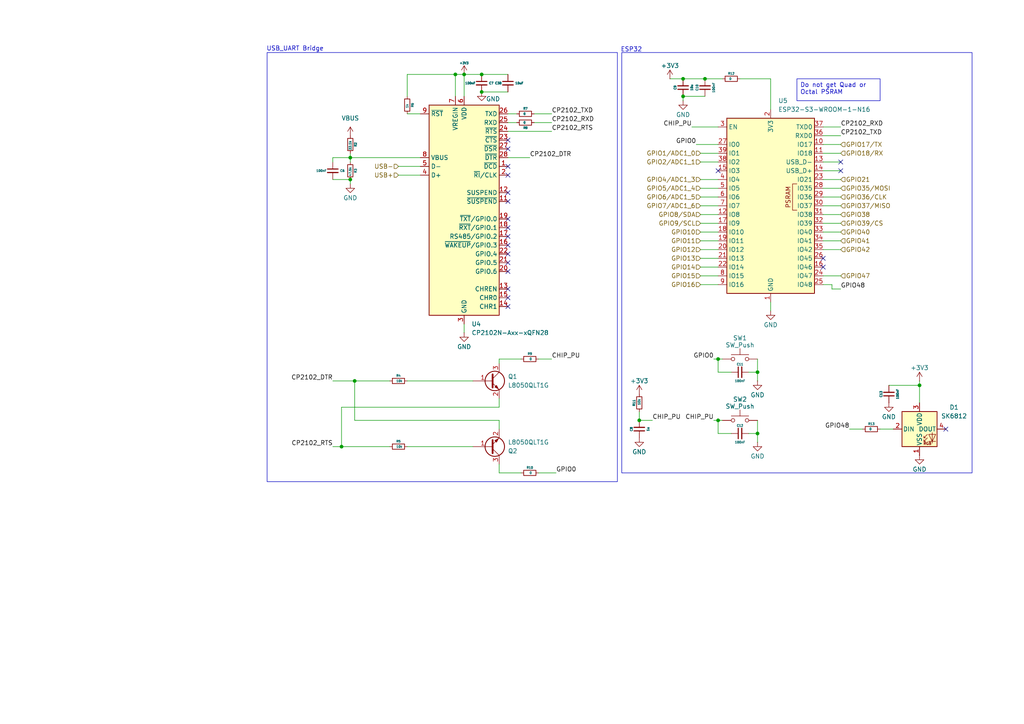
<source format=kicad_sch>
(kicad_sch (version 20250114) (generator "eeschema") (generator_version "9.0")
  (paper "A4")
  (title_block (title "Smart Key Cutter") (date "2025-05-21") (rev "1") (company "Ingenium Engineering Solutions") (comment 1 "Purak Patel"))
  (lib_symbols
    (symbol "Device:C_Small" (pin_numbers (hide yes)) (pin_names (offset 0.254) (hide yes))
      (property "Reference" "C" (at 0.254 1.778 0))
      (property "Value" "C_Small" (at 0.254 -2.032 0))
      (symbol "C_Small_0_1"
        (polyline (pts (xy -1.524 0.508) (xy 1.524 0.508)) (stroke (width 0.3048)))
        (polyline (pts (xy -1.524 -0.508) (xy 1.524 -0.508)) (stroke (width 0.3302)))
      )
      (symbol "C_Small_1_1"
        (pin passive line (at 0 2.54 270) (length 2.032) (name "~") (number "1"))
        (pin passive line (at 0 -2.54 90) (length 2.032) (name "~") (number "2"))
      )
    )
    (symbol "Device:Q_NPN_BEC" (pin_names (offset 0) (hide yes))
      (property "Reference" "Q" (at 5.08 1.27 0))
      (property "Value" "Q_NPN_BEC" (at 5.08 -1.27 0))
      (symbol "Q_NPN_BEC_0_1"
        (polyline (pts (xy 0.635 1.905) (xy 0.635 -1.905) (xy 0.635 -1.905)) (stroke (width 0.508)))
        (polyline (pts (xy 0.635 0.635) (xy 2.54 2.54)))
        (polyline (pts (xy 0.635 -0.635) (xy 2.54 -2.54) (xy 2.54 -2.54)))
        (circle (center 1.27 0) (radius 2.8194) (stroke (width 0.254)))
        (polyline (pts (xy 1.27 -1.778) (xy 1.778 -1.27) (xy 2.286 -2.286) (xy 1.27 -1.778) (xy 1.27 -1.778)) (fill (type outline)))
      )
      (symbol "Q_NPN_BEC_1_1"
        (pin input line (at -5.08 0 0) (length 5.715) (name "B") (number "1"))
        (pin passive line (at 2.54 5.08 270) (length 2.54) (name "C") (number "3"))
        (pin passive line (at 2.54 -5.08 90) (length 2.54) (name "E") (number "2"))
      )
    )
    (symbol "Device:R_Small" (pin_numbers (hide yes)) (pin_names (offset 0.254) (hide yes))
      (property "Reference" "R" (at 0.762 0.508 0))
      (property "Value" "R_Small" (at 0.762 -1.016 0))
      (symbol "R_Small_0_1"
        (rectangle (start -0.762 1.778) (end 0.762 -1.778) (stroke (width 0.2032)))
      )
      (symbol "R_Small_1_1"
        (pin passive line (at 0 2.54 270) (length 0.762) (name "~") (number "1"))
        (pin passive line (at 0 -2.54 90) (length 0.762) (name "~") (number "2"))
      )
    )
    (symbol "Interface_USB:CP2102N-Axx-xQFN28"
      (property "Reference" "U" (at -8.89 31.75 0))
      (property "Value" "CP2102N-Axx-xQFN28" (at 12.7 31.75 0))
      (symbol "CP2102N-Axx-xQFN28_0_1"
        (rectangle (start -10.16 30.48) (end 10.16 -30.48) (stroke (width 0.254)) (fill (type background)))
      )
      (symbol "CP2102N-Axx-xQFN28_1_1"
        (pin input line (at -12.7 27.94 0) (length 2.54) (name "~{RST}") (number "9"))
        (pin input line (at -12.7 15.24 0) (length 2.54) (name "VBUS") (number "8"))
        (pin bidirectional line (at -12.7 12.7 0) (length 2.54) (name "D-") (number "5"))
        (pin bidirectional line (at -12.7 10.16 0) (length 2.54) (name "D+") (number "4"))
        (pin no_connect line (at -10.16 -27.94 0) (length 2.54) (hide yes) (name "NC") (number "10"))
        (pin power_in line (at -2.54 33.02 270) (length 2.54) (name "VREGIN") (number "7"))
        (pin power_in line (at 0 33.02 270) (length 2.54) (name "VDD") (number "6"))
        (pin passive line (at 0 -33.02 90) (length 2.54) (hide yes) (name "GND") (number "29"))
        (pin power_in line (at 0 -33.02 90) (length 2.54) (name "GND") (number "3"))
        (pin output line (at 12.7 27.94 180) (length 2.54) (name "TXD") (number "26"))
        (pin input line (at 12.7 25.4 180) (length 2.54) (name "RXD") (number "25"))
        (pin output line (at 12.7 22.86 180) (length 2.54) (name "~{RTS}") (number "24"))
        (pin input line (at 12.7 20.32 180) (length 2.54) (name "~{CTS}") (number "23"))
        (pin input line (at 12.7 17.78 180) (length 2.54) (name "~{DSR}") (number "27"))
        (pin output line (at 12.7 15.24 180) (length 2.54) (name "~{DTR}") (number "28"))
        (pin input line (at 12.7 12.7 180) (length 2.54) (name "~{DCD}") (number "1"))
        (pin bidirectional line (at 12.7 10.16 180) (length 2.54) (name "~{RI}/CLK") (number "2"))
        (pin output line (at 12.7 5.08 180) (length 2.54) (name "SUSPEND") (number "12"))
        (pin output line (at 12.7 2.54 180) (length 2.54) (name "~{SUSPEND}") (number "11"))
        (pin bidirectional line (at 12.7 -2.54 180) (length 2.54) (name "~{TXT}/GPIO.0") (number "19"))
        (pin bidirectional line (at 12.7 -5.08 180) (length 2.54) (name "~{RXT}/GPIO.1") (number "18"))
        (pin bidirectional line (at 12.7 -7.62 180) (length 2.54) (name "RS485/GPIO.2") (number "17"))
        (pin bidirectional line (at 12.7 -10.16 180) (length 2.54) (name "~{WAKEUP}/GPIO.3") (number "16"))
        (pin bidirectional line (at 12.7 -12.7 180) (length 2.54) (name "GPIO.4") (number "22"))
        (pin bidirectional line (at 12.7 -15.24 180) (length 2.54) (name "GPIO.5") (number "21"))
        (pin bidirectional line (at 12.7 -17.78 180) (length 2.54) (name "GPIO.6") (number "20"))
        (pin output line (at 12.7 -22.86 180) (length 2.54) (name "CHREN") (number "13"))
        (pin output line (at 12.7 -25.4 180) (length 2.54) (name "CHR0") (number "15"))
        (pin output line (at 12.7 -27.94 180) (length 2.54) (name "CHR1") (number "14"))
      )
    )
    (symbol "LED:SK6812" (pin_names (offset 0.254))
      (property "Reference" "D" (at 5.08 5.715 0))
      (property "Value" "SK6812" (at 1.27 -5.715 0))
      (symbol "SK6812_0_0"
        (text "RGB" (at 2.286 -4.191 0) (effects (font (size 0.762 0.762))))
      )
      (symbol "SK6812_0_1"
        (polyline (pts (xy 1.27 -2.54) (xy 1.778 -2.54)))
        (polyline (pts (xy 1.27 -3.556) (xy 1.778 -3.556)))
        (polyline (pts (xy 2.286 -1.524) (xy 1.27 -2.54) (xy 1.27 -2.032)))
        (polyline (pts (xy 2.286 -2.54) (xy 1.27 -3.556) (xy 1.27 -3.048)))
        (polyline (pts (xy 3.683 -1.016) (xy 3.683 -3.556) (xy 3.683 -4.064)))
        (polyline (pts (xy 4.699 -1.524) (xy 2.667 -1.524) (xy 3.683 -3.556) (xy 4.699 -1.524)))
        (polyline (pts (xy 4.699 -3.556) (xy 2.667 -3.556)))
        (rectangle (start 5.08 5.08) (end -5.08 -5.08) (stroke (width 0.254)) (fill (type background)))
      )
      (symbol "SK6812_1_1"
        (pin input line (at -7.62 0 0) (length 2.54) (name "DIN") (number "2"))
        (pin power_in line (at 0 7.62 270) (length 2.54) (name "VDD") (number "3"))
        (pin power_in line (at 0 -7.62 90) (length 2.54) (name "VSS") (number "1"))
        (pin output line (at 7.62 0 180) (length 2.54) (name "DOUT") (number "4"))
      )
    )
    (symbol "RF_Module:ESP32-S3-WROOM-1"
      (property "Reference" "U" (at -12.7 26.67 0))
      (property "Value" "ESP32-S3-WROOM-1" (at 12.7 26.67 0))
      (symbol "ESP32-S3-WROOM-1_0_0"
        (rectangle (start -12.7 25.4) (end 12.7 -25.4) (stroke (width 0.254)) (fill (type background)))
        (text "PSRAM" (at 5.08 2.54 900) (effects (font (size 1.27 1.27))))
      )
      (symbol "ESP32-S3-WROOM-1_0_1"
        (polyline (pts (xy 7.62 -1.27) (xy 6.35 -1.27) (xy 6.35 6.35) (xy 7.62 6.35)))
      )
      (symbol "ESP32-S3-WROOM-1_1_1"
        (pin input line (at -15.24 22.86 0) (length 2.54) (name "EN") (number "3"))
        (pin bidirectional line (at -15.24 17.78 0) (length 2.54) (name "IO0") (number "27"))
        (pin bidirectional line (at -15.24 15.24 0) (length 2.54) (name "IO1") (number "39"))
        (pin bidirectional line (at -15.24 12.7 0) (length 2.54) (name "IO2") (number "38"))
        (pin bidirectional line (at -15.24 10.16 0) (length 2.54) (name "IO3") (number "15"))
        (pin bidirectional line (at -15.24 7.62 0) (length 2.54) (name "IO4") (number "4"))
        (pin bidirectional line (at -15.24 5.08 0) (length 2.54) (name "IO5") (number "5"))
        (pin bidirectional line (at -15.24 2.54 0) (length 2.54) (name "IO6") (number "6"))
        (pin bidirectional line (at -15.24 0 0) (length 2.54) (name "IO7") (number "7"))
        (pin bidirectional line (at -15.24 -2.54 0) (length 2.54) (name "IO8") (number "12"))
        (pin bidirectional line (at -15.24 -5.08 0) (length 2.54) (name "IO9") (number "17"))
        (pin bidirectional line (at -15.24 -7.62 0) (length 2.54) (name "IO10") (number "18"))
        (pin bidirectional line (at -15.24 -10.16 0) (length 2.54) (name "IO11") (number "19"))
        (pin bidirectional line (at -15.24 -12.7 0) (length 2.54) (name "IO12") (number "20"))
        (pin bidirectional line (at -15.24 -15.24 0) (length 2.54) (name "IO13") (number "21"))
        (pin bidirectional line (at -15.24 -17.78 0) (length 2.54) (name "IO14") (number "22"))
        (pin bidirectional line (at -15.24 -20.32 0) (length 2.54) (name "IO15") (number "8"))
        (pin bidirectional line (at -15.24 -22.86 0) (length 2.54) (name "IO16") (number "9"))
        (pin power_in line (at 0 27.94 270) (length 2.54) (name "3V3") (number "2"))
        (pin power_in line (at 0 -27.94 90) (length 2.54) (name "GND") (number "1"))
        (pin passive line (at 0 -27.94 90) (length 2.54) (hide yes) (name "GND") (number "40"))
        (pin passive line (at 0 -27.94 90) (length 2.54) (hide yes) (name "GND") (number "41"))
        (pin bidirectional line (at 15.24 22.86 180) (length 2.54) (name "TXD0") (number "37"))
        (pin bidirectional line (at 15.24 20.32 180) (length 2.54) (name "RXD0") (number "36"))
        (pin bidirectional line (at 15.24 17.78 180) (length 2.54) (name "IO17") (number "10"))
        (pin bidirectional line (at 15.24 15.24 180) (length 2.54) (name "IO18") (number "11"))
        (pin bidirectional line (at 15.24 12.7 180) (length 2.54) (name "USB_D-") (number "13"))
        (pin bidirectional line (at 15.24 10.16 180) (length 2.54) (name "USB_D+") (number "14"))
        (pin bidirectional line (at 15.24 7.62 180) (length 2.54) (name "IO21") (number "23"))
        (pin bidirectional line (at 15.24 5.08 180) (length 2.54) (name "IO35") (number "28"))
        (pin bidirectional line (at 15.24 2.54 180) (length 2.54) (name "IO36") (number "29"))
        (pin bidirectional line (at 15.24 0 180) (length 2.54) (name "IO37") (number "30"))
        (pin bidirectional line (at 15.24 -2.54 180) (length 2.54) (name "IO38") (number "31"))
        (pin bidirectional line (at 15.24 -5.08 180) (length 2.54) (name "IO39") (number "32"))
        (pin bidirectional line (at 15.24 -7.62 180) (length 2.54) (name "IO40") (number "33"))
        (pin bidirectional line (at 15.24 -10.16 180) (length 2.54) (name "IO41") (number "34"))
        (pin bidirectional line (at 15.24 -12.7 180) (length 2.54) (name "IO42") (number "35"))
        (pin bidirectional line (at 15.24 -15.24 180) (length 2.54) (name "IO45") (number "26"))
        (pin bidirectional line (at 15.24 -17.78 180) (length 2.54) (name "IO46") (number "16"))
        (pin bidirectional line (at 15.24 -20.32 180) (length 2.54) (name "IO47") (number "24"))
        (pin bidirectional line (at 15.24 -22.86 180) (length 2.54) (name "IO48") (number "25"))
      )
    )
    (symbol "Switch:SW_Push" (pin_numbers (hide yes)) (pin_names (offset 1.016) (hide yes))
      (property "Reference" "SW" (at 1.27 2.54 0))
      (property "Value" "SW_Push" (at 0 -1.524 0))
      (symbol "SW_Push_0_1"
        (circle (center -2.032 0) (radius 0.508))
        (polyline (pts (xy 0 1.27) (xy 0 3.048)))
        (circle (center 2.032 0) (radius 0.508))
        (polyline (pts (xy 2.54 1.27) (xy -2.54 1.27)))
        (pin passive line (at -5.08 0 0) (length 2.54) (name "1") (number "1"))
        (pin passive line (at 5.08 0 180) (length 2.54) (name "2") (number "2"))
      )
    )
    (symbol "power:+3V3" (power) (pin_numbers (hide yes)) (pin_names (offset 0) (hide yes))
      (property "Value" "+3V3" (at 0 3.556 0))
      (symbol "+3V3_0_1"
        (polyline (pts (xy -0.762 1.27) (xy 0 2.54)))
        (polyline (pts (xy 0 2.54) (xy 0.762 1.27)))
        (polyline (pts (xy 0 0) (xy 0 2.54)))
      )
      (symbol "+3V3_1_1"
        (pin power_in line (at 0 0 90) (length 0) (name "~") (number "1"))
      )
    )
    (symbol "power:GND" (power) (pin_numbers (hide yes)) (pin_names (offset 0) (hide yes))
      (property "Value" "GND" (at 0 -3.81 0))
      (symbol "GND_0_1"
        (polyline (pts (xy 0 0) (xy 0 -1.27) (xy 1.27 -1.27) (xy 0 -2.54) (xy -1.27 -1.27) (xy 0 -1.27)))
      )
      (symbol "GND_1_1"
        (pin power_in line (at 0 0 270) (length 0) (name "~") (number "1"))
      )
    )
    (symbol "power:VBUS" (power) (pin_numbers (hide yes)) (pin_names (offset 0) (hide yes))
      (property "Value" "VBUS" (at 0 3.556 0))
      (symbol "VBUS_0_1"
        (polyline (pts (xy -0.762 1.27) (xy 0 2.54)))
        (polyline (pts (xy 0 2.54) (xy 0.762 1.27)))
        (polyline (pts (xy 0 0) (xy 0 2.54)))
      )
      (symbol "VBUS_1_1"
        (pin power_in line (at 0 0 90) (length 0) (name "~") (number "1"))
      )
    )
  )
  (rectangle (start 77.47 15.24) (end 179.07 139.7))
  (rectangle (start 180.34 15.24) (end 281.94 137.16))
  (text "USB_UART Bridge" (at 85.598 14.224 0) (effects (font (size 1.27 1.27))))
  (text "ESP32" (at 183.134 14.478 0) (effects (font (size 1.27 1.27))))
  (text_box "Do not get Quad or Octal PSRAM" (at 231.14 22.86 0) (size 24.13 6.35) (margins 0.9525 0.9525 0.9525 0.9525) (effects (font (size 1.27 1.27)) (justify left top)))
  (junction (at 139.7 21.59))
  (junction (at 208.28 104.14))
  (junction (at 101.6 45.72))
  (junction (at 204.47 22.86))
  (junction (at 132.08 21.59))
  (junction (at 99.06 129.54))
  (junction (at 185.42 121.92))
  (junction (at 134.62 21.59))
  (junction (at 219.71 107.95))
  (junction (at 208.28 121.92))
  (junction (at 101.6 52.07))
  (junction (at 198.12 22.86))
  (junction (at 219.71 125.73))
  (junction (at 102.87 110.49))
  (junction (at 198.12 27.94))
  (junction (at 139.7 26.67))
  (junction (at 266.7 111.76))
  (no_connect (at 147.32 78.74))
  (no_connect (at 147.32 68.58))
  (no_connect (at 274.32 124.46))
  (no_connect (at 147.32 71.12))
  (no_connect (at 147.32 55.88))
  (no_connect (at 147.32 86.36))
  (no_connect (at 147.32 48.26))
  (no_connect (at 238.76 77.47))
  (no_connect (at 147.32 58.42))
  (no_connect (at 238.76 74.93))
  (no_connect (at 243.84 46.99))
  (no_connect (at 243.84 49.53))
  (no_connect (at 147.32 50.8))
  (no_connect (at 147.32 66.04))
  (no_connect (at 147.32 88.9))
  (no_connect (at 208.28 49.53))
  (no_connect (at 147.32 43.18))
  (no_connect (at 147.32 73.66))
  (no_connect (at 147.32 83.82))
  (no_connect (at 147.32 76.2))
  (no_connect (at 147.32 40.64))
  (no_connect (at 147.32 63.5))
  (wire (pts (xy 203.2 64.77) (xy 208.28 64.77)))
  (wire (pts (xy 200.66 36.83) (xy 208.28 36.83)))
  (wire (pts (xy 238.76 57.15) (xy 243.84 57.15)))
  (wire (pts (xy 147.32 38.1) (xy 160.02 38.1)))
  (wire (pts (xy 203.2 67.31) (xy 208.28 67.31)))
  (wire (pts (xy 118.11 33.02) (xy 121.92 33.02)))
  (wire (pts (xy 238.76 69.85) (xy 243.84 69.85)))
  (wire (pts (xy 238.76 39.37) (xy 243.84 39.37)))
  (wire (pts (xy 219.71 125.73) (xy 219.71 128.27)))
  (wire (pts (xy 208.28 104.14) (xy 209.55 104.14)))
  (wire (pts (xy 214.63 22.86) (xy 223.52 22.86)))
  (wire (pts (xy 238.76 44.45) (xy 243.84 44.45)))
  (wire (pts (xy 203.2 46.99) (xy 208.28 46.99)))
  (wire (pts (xy 99.06 129.54) (xy 113.03 129.54)))
  (wire (pts (xy 101.6 53.34) (xy 101.6 52.07)))
  (wire (pts (xy 203.2 59.69) (xy 208.28 59.69)))
  (wire (pts (xy 203.2 52.07) (xy 208.28 52.07)))
  (wire (pts (xy 198.12 22.86) (xy 204.47 22.86)))
  (wire (pts (xy 139.7 21.59) (xy 147.32 21.59)))
  (wire (pts (xy 208.28 125.73) (xy 208.28 121.92)))
  (wire (pts (xy 238.76 64.77) (xy 243.84 64.77)))
  (wire (pts (xy 207.01 121.92) (xy 208.28 121.92)))
  (wire (pts (xy 207.01 104.14) (xy 208.28 104.14)))
  (wire (pts (xy 203.2 82.55) (xy 208.28 82.55)))
  (wire (pts (xy 134.62 21.59) (xy 139.7 21.59)))
  (wire (pts (xy 156.21 137.16) (xy 161.29 137.16)))
  (wire (pts (xy 132.08 21.59) (xy 134.62 21.59)))
  (wire (pts (xy 134.62 93.98) (xy 134.62 96.52)))
  (wire (pts (xy 102.87 110.49) (xy 113.03 110.49)))
  (wire (pts (xy 219.71 107.95) (xy 219.71 110.49)))
  (wire (pts (xy 198.12 27.94) (xy 204.47 27.94)))
  (wire (pts (xy 101.6 45.72) (xy 121.92 45.72)))
  (wire (pts (xy 118.11 21.59) (xy 132.08 21.59)))
  (wire (pts (xy 203.2 57.15) (xy 208.28 57.15)))
  (wire (pts (xy 144.78 137.16) (xy 144.78 134.62)))
  (wire (pts (xy 99.06 118.11) (xy 99.06 129.54)))
  (wire (pts (xy 96.52 45.72) (xy 101.6 45.72)))
  (wire (pts (xy 238.76 52.07) (xy 243.84 52.07)))
  (wire (pts (xy 238.76 80.01) (xy 243.84 80.01)))
  (wire (pts (xy 208.28 107.95) (xy 208.28 104.14)))
  (wire (pts (xy 266.7 111.76) (xy 266.7 116.84)))
  (wire (pts (xy 241.3 83.82) (xy 241.3 82.55)))
  (wire (pts (xy 255.27 124.46) (xy 259.08 124.46)))
  (wire (pts (xy 96.52 110.49) (xy 102.87 110.49)))
  (wire (pts (xy 246.38 124.46) (xy 250.19 124.46)))
  (wire (pts (xy 139.7 26.67) (xy 147.32 26.67)))
  (wire (pts (xy 118.11 110.49) (xy 137.16 110.49)))
  (wire (pts (xy 134.62 21.59) (xy 134.62 27.94)))
  (wire (pts (xy 238.76 46.99) (xy 243.84 46.99)))
  (wire (pts (xy 194.31 22.86) (xy 198.12 22.86)))
  (wire (pts (xy 144.78 105.41) (xy 144.78 104.14)))
  (wire (pts (xy 102.87 121.92) (xy 102.87 110.49)))
  (wire (pts (xy 201.93 41.91) (xy 208.28 41.91)))
  (wire (pts (xy 101.6 44.45) (xy 101.6 45.72)))
  (wire (pts (xy 115.57 50.8) (xy 121.92 50.8)))
  (wire (pts (xy 147.32 33.02) (xy 149.86 33.02)))
  (wire (pts (xy 96.52 129.54) (xy 99.06 129.54)))
  (wire (pts (xy 144.78 124.46) (xy 144.78 121.92)))
  (wire (pts (xy 144.78 104.14) (xy 151.13 104.14)))
  (wire (pts (xy 144.78 115.57) (xy 144.78 118.11)))
  (wire (pts (xy 115.57 48.26) (xy 121.92 48.26)))
  (wire (pts (xy 154.94 33.02) (xy 160.02 33.02)))
  (wire (pts (xy 238.76 41.91) (xy 243.84 41.91)))
  (wire (pts (xy 156.21 104.14) (xy 160.02 104.14)))
  (wire (pts (xy 208.28 121.92) (xy 209.55 121.92)))
  (wire (pts (xy 144.78 118.11) (xy 99.06 118.11)))
  (wire (pts (xy 241.3 83.82) (xy 243.84 83.82)))
  (wire (pts (xy 238.76 49.53) (xy 243.84 49.53)))
  (wire (pts (xy 147.32 35.56) (xy 149.86 35.56)))
  (wire (pts (xy 132.08 21.59) (xy 132.08 27.94)))
  (wire (pts (xy 238.76 36.83) (xy 243.84 36.83)))
  (wire (pts (xy 217.17 107.95) (xy 219.71 107.95)))
  (wire (pts (xy 101.6 46.99) (xy 101.6 45.72)))
  (wire (pts (xy 203.2 69.85) (xy 208.28 69.85)))
  (wire (pts (xy 238.76 54.61) (xy 243.84 54.61)))
  (wire (pts (xy 203.2 72.39) (xy 208.28 72.39)))
  (wire (pts (xy 212.09 107.95) (xy 208.28 107.95)))
  (wire (pts (xy 257.81 111.76) (xy 266.7 111.76)))
  (wire (pts (xy 204.47 22.86) (xy 209.55 22.86)))
  (wire (pts (xy 217.17 125.73) (xy 219.71 125.73)))
  (wire (pts (xy 185.42 121.92) (xy 185.42 119.38)))
  (wire (pts (xy 96.52 46.99) (xy 96.52 45.72)))
  (wire (pts (xy 154.94 35.56) (xy 160.02 35.56)))
  (wire (pts (xy 203.2 44.45) (xy 208.28 44.45)))
  (wire (pts (xy 203.2 62.23) (xy 208.28 62.23)))
  (wire (pts (xy 223.52 22.86) (xy 223.52 31.75)))
  (wire (pts (xy 238.76 59.69) (xy 243.84 59.69)))
  (wire (pts (xy 212.09 125.73) (xy 208.28 125.73)))
  (wire (pts (xy 241.3 82.55) (xy 238.76 82.55)))
  (wire (pts (xy 238.76 62.23) (xy 243.84 62.23)))
  (wire (pts (xy 118.11 129.54) (xy 137.16 129.54)))
  (wire (pts (xy 151.13 137.16) (xy 144.78 137.16)))
  (wire (pts (xy 238.76 72.39) (xy 243.84 72.39)))
  (wire (pts (xy 203.2 54.61) (xy 208.28 54.61)))
  (wire (pts (xy 223.52 90.17) (xy 223.52 87.63)))
  (wire (pts (xy 147.32 45.72) (xy 153.67 45.72)))
  (wire (pts (xy 198.12 29.21) (xy 198.12 27.94)))
  (wire (pts (xy 219.71 121.92) (xy 219.71 125.73)))
  (wire (pts (xy 238.76 67.31) (xy 243.84 67.31)))
  (wire (pts (xy 203.2 77.47) (xy 208.28 77.47)))
  (wire (pts (xy 219.71 104.14) (xy 219.71 107.95)))
  (wire (pts (xy 144.78 121.92) (xy 102.87 121.92)))
  (wire (pts (xy 96.52 52.07) (xy 101.6 52.07)))
  (wire (pts (xy 189.23 121.92) (xy 185.42 121.92)))
  (wire (pts (xy 266.7 110.49) (xy 266.7 111.76)))
  (wire (pts (xy 203.2 74.93) (xy 208.28 74.93)))
  (wire (pts (xy 203.2 80.01) (xy 208.28 80.01)))
  (wire (pts (xy 118.11 21.59) (xy 118.11 27.94)))
  (label "GPIO48" (at 246.38 124.46 180))
  (label "GPIO0" (at 161.29 137.16 0))
  (label "CP2102_TXD" (at 243.84 39.37 0))
  (label "GPIO48" (at 243.84 83.82 0))
  (label "CHIP_PU" (at 189.23 121.92 0))
  (label "CP2102_DTR" (at 96.52 110.49 180))
  (label "CP2102_RXD" (at 243.84 36.83 0))
  (label "CHIP_PU" (at 160.02 104.14 0))
  (label "CP2102_DTR" (at 153.67 45.72 0))
  (label "CP2102_TXD" (at 160.02 33.02 0))
  (label "GPIO0" (at 207.01 104.14 180))
  (label "GPIO0" (at 201.93 41.91 180))
  (label "CHIP_PU" (at 207.01 121.92 180))
  (label "CP2102_RXD" (at 160.02 35.56 0))
  (label "CHIP_PU" (at 200.66 36.83 180))
  (label "CP2102_RTS" (at 96.52 129.54 180))
  (label "CP2102_RTS" (at 160.02 38.1 0))
  (hierarchical_label "GPIO35{slash}MOSI" (shape input) (at 243.84 54.61 0))
  (hierarchical_label "GPIO7{slash}ADC1_6" (shape input) (at 203.2 59.69 180))
  (hierarchical_label "GPIO21" (shape input) (at 243.84 52.07 0))
  (hierarchical_label "USB-" (shape input) (at 115.57 48.26 180))
  (hierarchical_label "GPIO41" (shape input) (at 243.84 69.85 0))
  (hierarchical_label "GPIO4{slash}ADC1_3" (shape input) (at 203.2 52.07 180))
  (hierarchical_label "GPIO6{slash}ADC1_5" (shape input) (at 203.2 57.15 180))
  (hierarchical_label "USB+" (shape input) (at 115.57 50.8 180))
  (hierarchical_label "GPIO17{slash}TX" (shape input) (at 243.84 41.91 0))
  (hierarchical_label "GPIO40" (shape input) (at 243.84 67.31 0))
  (hierarchical_label "GPIO39{slash}CS" (shape input) (at 243.84 64.77 0))
  (hierarchical_label "GPIO2{slash}ADC1_1" (shape input) (at 203.2 46.99 180))
  (hierarchical_label "GPIO18{slash}RX" (shape input) (at 243.84 44.45 0))
  (hierarchical_label "GPIO42" (shape input) (at 243.84 72.39 0))
  (hierarchical_label "GPIO36{slash}CLK" (shape input) (at 243.84 57.15 0))
  (hierarchical_label "GPIO8{slash}SDA" (shape input) (at 203.2 62.23 180))
  (hierarchical_label "GPIO5{slash}ADC1_4" (shape input) (at 203.2 54.61 180))
  (hierarchical_label "GPIO16" (shape input) (at 203.2 82.55 180))
  (hierarchical_label "GPIO14" (shape input) (at 203.2 77.47 180))
  (hierarchical_label "GPIO12" (shape input) (at 203.2 72.39 180))
  (hierarchical_label "GPIO1{slash}ADC1_0" (shape input) (at 203.2 44.45 180))
  (hierarchical_label "GPIO47" (shape input) (at 243.84 80.01 0))
  (hierarchical_label "GPIO10" (shape input) (at 203.2 67.31 180))
  (hierarchical_label "GPIO9{slash}SCL" (shape input) (at 203.2 64.77 180))
  (hierarchical_label "GPIO38" (shape input) (at 243.84 62.23 0))
  (hierarchical_label "GPIO15" (shape input) (at 203.2 80.01 180))
  (hierarchical_label "GPIO11" (shape input) (at 203.2 69.85 180))
  (hierarchical_label "GPIO13" (shape input) (at 203.2 74.93 180))
  (hierarchical_label "GPIO37{slash}MISO" (shape input) (at 243.84 59.69 0))
  (symbol (lib_id "power:GND") (at 219.71 110.49 0) (unit 1)
    (property "Reference" "#PWR023" (effects (hide yes)))
    (property "Value" "GND" (at 219.71 114.554 0))
    (property "Description" "Power symbol creates a global label with name \"GND\" , ground" (effects (hide yes)))
  )
  (symbol (lib_id "Device:C_Small") (at 147.32 24.13 0) (mirror y) (unit 1)
    (property "Reference" "C38" (at 144.526 24.13 0) (effects (font (size 0.635 0.635))))
    (property "Value" "10uF" (at 150.622 24.13 0) (effects (font (size 0.635 0.635))))
    (property "Footprint" "Capacitor_SMD:C_0603_1608Metric" (effects (hide yes)))
    (property "Description" "Unpolarized capacitor, small symbol" (effects (hide yes)))
  )
  (symbol (lib_id "power:+3V3") (at 194.31 22.86 0) (unit 1)
    (property "Reference" "#PWR021" (effects (hide yes)))
    (property "Value" "+3V3" (at 194.31 19.05 0))
    (property "Description" "Power symbol creates a global label with name \"+3V3\"" (effects (hide yes)))
  )
  (symbol (lib_id "LED:SK6812") (at 266.7 124.46 0) (unit 1)
    (property "Reference" "D1" (at 276.7246 118.1414 0))
    (property "Value" "SK6812" (at 276.7246 120.6814 0))
    (property "Footprint" "LED_SMD:LED_SK6812_PLCC4_5.0x5.0mm_P3.2mm" (effects (hide yes)))
    (property "Datasheet" "https://cdn-shop.adafruit.com/product-files/1138/SK6812+LED+datasheet+.pdf" (effects (hide yes)))
    (property "Description" "RGB LED with integrated controller" (effects (hide yes)))
  )
  (symbol (lib_id "Device:C_Small") (at 204.47 25.4 180) (unit 1)
    (property "Reference" "C10" (at 202.184 25.4 90) (effects (font (size 0.635 0.635))))
    (property "Value" "100nF" (at 207.01 25.4 90) (effects (font (size 0.635 0.635))))
    (property "Footprint" "Capacitor_SMD:C_0402_1005Metric" (effects (hide yes)))
    (property "Description" "Unpolarized capacitor, small symbol" (effects (hide yes)))
  )
  (symbol (lib_id "Interface_USB:CP2102N-Axx-xQFN28") (at 134.62 60.96 0) (unit 1)
    (property "Reference" "U4" (at 136.7633 93.98 0) (effects (justify left)))
    (property "Value" "CP2102N-Axx-xQFN28" (at 136.7633 96.52 0) (effects (justify left)))
    (property "Footprint" "Package_DFN_QFN:QFN-28-1EP_5x5mm_P0.5mm_EP3.35x3.35mm" (effects (hide yes)))
    (property "Datasheet" "https://www.silabs.com/documents/public/data-sheets/cp2102n-datasheet.pdf" (effects (hide yes)))
    (property "Description" "USB to UART master bridge, QFN-28" (effects (hide yes)))
  )
  (symbol (lib_id "power:+3V3") (at 134.62 21.59 0) (unit 1)
    (property "Reference" "#PWR016" (effects (hide yes)))
    (property "Value" "+3V3" (at 134.62 18.288 0) (effects (font (size 0.635 0.635))))
    (property "Description" "Power symbol creates a global label with name \"+3V3\"" (effects (hide yes)))
  )
  (symbol (lib_id "Device:R_Small") (at 152.4 35.56 90) (unit 1)
    (property "Reference" "R8" (at 152.4 37.084 90) (effects (font (size 0.635 0.635))))
    (property "Value" "0" (at 152.146 35.56 90) (effects (font (size 0.635 0.635))))
    (property "Footprint" "Resistor_SMD:R_0402_1005Metric" (effects (hide yes)))
    (property "Description" "Resistor, small symbol" (effects (hide yes)))
  )
  (symbol (lib_id "power:+3V3") (at 266.7 110.49 0) (unit 1)
    (property "Reference" "#PWR027" (effects (hide yes)))
    (property "Value" "+3V3" (at 266.7 106.68 0))
    (property "Description" "Power symbol creates a global label with name \"+3V3\"" (effects (hide yes)))
  )
  (symbol (lib_id "power:+3V3") (at 185.42 114.3 0) (unit 1)
    (property "Reference" "#PWR019" (effects (hide yes)))
    (property "Value" "+3V3" (at 185.42 110.49 0))
    (property "Description" "Power symbol creates a global label with name \"+3V3\"" (effects (hide yes)))
  )
  (symbol (lib_id "Device:R_Small") (at 101.6 49.53 180) (unit 1)
    (property "Reference" "R3" (at 103.124 49.53 90) (effects (font (size 0.635 0.635))))
    (property "Value" "47.5k" (at 101.6 49.784 90) (effects (font (size 0.635 0.635))))
    (property "Footprint" "Resistor_SMD:R_0402_1005Metric" (effects (hide yes)))
    (property "Description" "Resistor, small symbol" (effects (hide yes)))
  )
  (symbol (lib_id "Device:R_Small") (at 115.57 110.49 270) (unit 1)
    (property "Reference" "R4" (at 115.57 108.966 90) (effects (font (size 0.635 0.635))))
    (property "Value" "10k" (at 115.824 110.49 90) (effects (font (size 0.635 0.635))))
    (property "Footprint" "Resistor_SMD:R_0402_1005Metric" (effects (hide yes)))
    (property "Description" "Resistor, small symbol" (effects (hide yes)))
  )
  (symbol (lib_id "Device:R_Small") (at 152.4 33.02 90) (mirror x) (unit 1)
    (property "Reference" "R7" (at 152.4 31.496 90) (effects (font (size 0.635 0.635))))
    (property "Value" "0" (at 152.146 33.02 90) (effects (font (size 0.635 0.635))))
    (property "Footprint" "Resistor_SMD:R_0402_1005Metric" (effects (hide yes)))
    (property "Description" "Resistor, small symbol" (effects (hide yes)))
  )
  (symbol (lib_id "Device:C_Small") (at 198.12 25.4 180) (unit 1)
    (property "Reference" "C9" (at 195.834 25.4 90) (effects (font (size 0.635 0.635))))
    (property "Value" "10u" (at 200.66 25.4 90) (effects (font (size 0.635 0.635))))
    (property "Footprint" "Capacitor_SMD:C_0402_1005Metric" (effects (hide yes)))
    (property "Description" "Unpolarized capacitor, small symbol" (effects (hide yes)))
  )
  (symbol (lib_id "power:GND") (at 223.52 90.17 0) (unit 1)
    (property "Reference" "#PWR022" (effects (hide yes)))
    (property "Value" "GND" (at 223.52 94.234 0))
    (property "Description" "Power symbol creates a global label with name \"GND\" , ground" (effects (hide yes)))
  )
  (symbol (lib_id "Device:R_Small") (at 185.42 116.84 0) (unit 1)
    (property "Reference" "R11" (at 183.896 116.84 90) (effects (font (size 0.635 0.635))))
    (property "Value" "10k" (at 185.42 116.586 90) (effects (font (size 0.635 0.635))))
    (property "Footprint" "Resistor_SMD:R_0402_1005Metric" (effects (hide yes)))
    (property "Description" "Resistor, small symbol" (effects (hide yes)))
  )
  (symbol (lib_id "Device:C_Small") (at 185.42 124.46 180) (unit 1)
    (property "Reference" "C8" (at 183.134 124.46 90) (effects (font (size 0.635 0.635))))
    (property "Value" "1u" (at 187.96 124.46 90) (effects (font (size 0.635 0.635))))
    (property "Footprint" "Capacitor_SMD:C_0402_1005Metric" (effects (hide yes)))
    (property "Description" "Unpolarized capacitor, small symbol" (effects (hide yes)))
  )
  (symbol (lib_id "Device:Q_NPN_BEC") (at 142.24 110.49 0) (unit 1)
    (property "Reference" "Q1" (at 147.32 109.2199 0) (effects (justify left)))
    (property "Value" "L8050QLT1G" (at 147.32 111.7599 0) (effects (justify left)))
    (property "Footprint" "Package_TO_SOT_SMD:SOT-23_Handsoldering" (effects (hide yes)))
    (property "Datasheet" "https://www.lcsc.com/datasheet/lcsc_datasheet_1809051326_LRC-L8050QLT1G_C49581.pdf" (effects (hide yes)))
    (property "Description" "NPN transistor, base/emitter/collector" (effects (hide yes)))
  )
  (symbol (lib_id "Device:R_Small") (at 153.67 104.14 270) (unit 1)
    (property "Reference" "R9" (at 153.67 102.616 90) (effects (font (size 0.635 0.635))))
    (property "Value" "0" (at 153.924 104.14 90) (effects (font (size 0.635 0.635))))
    (property "Footprint" "Resistor_SMD:R_0402_1005Metric" (effects (hide yes)))
    (property "Description" "Resistor, small symbol" (effects (hide yes)))
  )
  (symbol (lib_id "power:GND") (at 266.7 132.08 0) (unit 1)
    (property "Reference" "#PWR025" (effects (hide yes)))
    (property "Value" "GND" (at 266.7 136.144 0))
    (property "Description" "Power symbol creates a global label with name \"GND\" , ground" (effects (hide yes)))
  )
  (symbol (lib_id "Device:C_Small") (at 214.63 125.73 90) (unit 1)
    (property "Reference" "C12" (at 214.63 123.444 90) (effects (font (size 0.635 0.635))))
    (property "Value" "100nF" (at 214.63 128.27 90) (effects (font (size 0.635 0.635))))
    (property "Footprint" "Capacitor_SMD:C_0402_1005Metric" (effects (hide yes)))
    (property "Description" "Unpolarized capacitor, small symbol" (effects (hide yes)))
  )
  (symbol (lib_id "Device:C_Small") (at 96.52 49.53 0) (unit 1)
    (property "Reference" "C6" (at 99.314 49.53 0) (effects (font (size 0.635 0.635))))
    (property "Value" "100nF" (at 93.218 49.53 0) (effects (font (size 0.635 0.635))))
    (property "Footprint" "Capacitor_SMD:C_0402_1005Metric" (effects (hide yes)))
    (property "Description" "Unpolarized capacitor, small symbol" (effects (hide yes)))
  )
  (symbol (lib_id "power:GND") (at 198.12 29.21 0) (unit 1)
    (property "Reference" "#PWR020" (effects (hide yes)))
    (property "Value" "GND" (at 198.12 33.274 0))
    (property "Description" "Power symbol creates a global label with name \"GND\" , ground" (effects (hide yes)))
  )
  (symbol (lib_id "Device:R_Small") (at 118.11 30.48 180) (unit 1)
    (property "Reference" "R6" (at 119.634 30.48 90) (effects (font (size 0.635 0.635))))
    (property "Value" "1k" (at 118.11 30.734 90) (effects (font (size 0.635 0.635))))
    (property "Footprint" "Resistor_SMD:R_0402_1005Metric" (effects (hide yes)))
    (property "Description" "Resistor, small symbol" (effects (hide yes)))
  )
  (symbol (lib_id "Device:C_Small") (at 257.81 114.3 180) (unit 1)
    (property "Reference" "C13" (at 255.524 114.3 90) (effects (font (size 0.635 0.635))))
    (property "Value" "100nF" (at 260.35 114.3 90) (effects (font (size 0.635 0.635))))
    (property "Footprint" "Capacitor_SMD:C_0402_1005Metric" (effects (hide yes)))
    (property "Description" "Unpolarized capacitor, small symbol" (effects (hide yes)))
  )
  (symbol (lib_id "power:GND") (at 101.6 53.34 0) (unit 1)
    (property "Reference" "#PWR015" (effects (hide yes)))
    (property "Value" "GND" (at 101.6 57.404 0))
    (property "Description" "Power symbol creates a global label with name \"GND\" , ground" (effects (hide yes)))
  )
  (symbol (lib_id "Device:R_Small") (at 252.73 124.46 90) (mirror x) (unit 1)
    (property "Reference" "R13" (at 252.73 122.936 90) (effects (font (size 0.635 0.635))))
    (property "Value" "0" (at 252.476 124.46 90) (effects (font (size 0.635 0.635))))
    (property "Footprint" "Resistor_SMD:R_0402_1005Metric" (effects (hide yes)))
    (property "Description" "Resistor, small symbol" (effects (hide yes)))
  )
  (symbol (lib_id "Switch:SW_Push") (at 214.63 121.92 0) (unit 1)
    (property "Reference" "SW2" (at 214.63 115.824 0))
    (property "Value" "SW_Push" (at 214.63 117.856 0))
    (property "Footprint" "Button_Switch_SMD:SW_SPST_PTS647_Sx38" (effects (hide yes)))
    (property "Description" "Push button switch, generic, two pins" (effects (hide yes)))
  )
  (symbol (lib_id "Device:C_Small") (at 139.7 24.13 0) (unit 1)
    (property "Reference" "C7" (at 142.494 24.13 0) (effects (font (size 0.635 0.635))))
    (property "Value" "100nF" (at 136.398 24.13 0) (effects (font (size 0.635 0.635))))
    (property "Footprint" "Capacitor_SMD:C_0402_1005Metric" (effects (hide yes)))
    (property "Description" "Unpolarized capacitor, small symbol" (effects (hide yes)))
  )
  (symbol (lib_id "Device:R_Small") (at 115.57 129.54 270) (unit 1)
    (property "Reference" "R5" (at 115.57 128.016 90) (effects (font (size 0.635 0.635))))
    (property "Value" "10k" (at 115.824 129.54 90) (effects (font (size 0.635 0.635))))
    (property "Footprint" "Resistor_SMD:R_0402_1005Metric" (effects (hide yes)))
    (property "Description" "Resistor, small symbol" (effects (hide yes)))
  )
  (symbol (lib_id "RF_Module:ESP32-S3-WROOM-1") (at 223.52 59.69 0) (unit 1)
    (property "Reference" "U5" (at 225.7141 29.21 0) (effects (justify left)))
    (property "Value" "ESP32-S3-WROOM-1-N16" (at 225.7141 31.75 0) (effects (justify left)))
    (property "Footprint" "RF_Module:ESP32-S3-WROOM-1" (effects (hide yes)))
    (property "Datasheet" "https://www.espressif.com/sites/default/files/documentation/esp32-s3-wroom-1_wroom-1u_datasheet_en.pdf" (effects (hide yes)))
    (property "Description" "RF Module, ESP32-S3 SoC, Wi-Fi 802.11b/g/n, Bluetooth, BLE, 32-bit, 3.3V, onboard antenna, SMD" (effects (hide yes)))
    (property "JLCPCB Part #" "C2913199" (effects (hide yes)))
  )
  (symbol (lib_id "power:GND") (at 134.62 96.52 0) (unit 1)
    (property "Reference" "#PWR017" (effects (hide yes)))
    (property "Value" "GND" (at 134.62 100.584 0))
    (property "Description" "Power symbol creates a global label with name \"GND\" , ground" (effects (hide yes)))
  )
  (symbol (lib_id "power:GND") (at 185.42 127 0) (unit 1)
    (property "Reference" "#PWR028" (effects (hide yes)))
    (property "Value" "GND" (at 185.42 131.064 0))
    (property "Description" "Power symbol creates a global label with name \"GND\" , ground" (effects (hide yes)))
  )
  (symbol (lib_id "Device:R_Small") (at 153.67 137.16 270) (unit 1)
    (property "Reference" "R10" (at 153.67 135.636 90) (effects (font (size 0.635 0.635))))
    (property "Value" "0" (at 153.924 137.16 90) (effects (font (size 0.635 0.635))))
    (property "Footprint" "Resistor_SMD:R_0402_1005Metric" (effects (hide yes)))
    (property "Description" "Resistor, small symbol" (effects (hide yes)))
  )
  (symbol (lib_id "Device:C_Small") (at 214.63 107.95 90) (unit 1)
    (property "Reference" "C11" (at 214.63 105.664 90) (effects (font (size 0.635 0.635))))
    (property "Value" "100nF" (at 214.63 110.49 90) (effects (font (size 0.635 0.635))))
    (property "Footprint" "Capacitor_SMD:C_0402_1005Metric" (effects (hide yes)))
    (property "Description" "Unpolarized capacitor, small symbol" (effects (hide yes)))
  )
  (symbol (lib_id "Device:R_Small") (at 101.6 41.91 180) (unit 1)
    (property "Reference" "R2" (at 103.124 41.91 90) (effects (font (size 0.635 0.635))))
    (property "Value" "22.1k" (at 101.6 42.164 90) (effects (font (size 0.635 0.635))))
    (property "Footprint" "Resistor_SMD:R_0402_1005Metric" (effects (hide yes)))
    (property "Description" "Resistor, small symbol" (effects (hide yes)))
  )
  (symbol (lib_id "power:VBUS") (at 101.6 39.37 0) (unit 1)
    (property "Reference" "#PWR014" (effects (hide yes)))
    (property "Value" "VBUS" (at 101.6 34.29 0))
    (property "Description" "Power symbol creates a global label with name \"VBUS\"" (effects (hide yes)))
  )
  (symbol (lib_id "power:GND") (at 219.71 128.27 0) (unit 1)
    (property "Reference" "#PWR024" (effects (hide yes)))
    (property "Value" "GND" (at 219.71 132.334 0))
    (property "Description" "Power symbol creates a global label with name \"GND\" , ground" (effects (hide yes)))
  )
  (symbol (lib_id "power:GND") (at 257.81 116.84 0) (unit 1)
    (property "Reference" "#PWR026" (effects (hide yes)))
    (property "Value" "GND" (at 257.81 120.904 0))
    (property "Description" "Power symbol creates a global label with name \"GND\" , ground" (effects (hide yes)))
  )
  (symbol (lib_id "Device:Q_NPN_BEC") (at 142.24 129.54 0) (mirror x) (unit 1)
    (property "Reference" "Q2" (at 147.32 130.8101 0) (effects (justify left)))
    (property "Value" "L8050QLT1G" (at 147.32 128.2701 0) (effects (justify left)))
    (property "Footprint" "Package_TO_SOT_SMD:SOT-23_Handsoldering" (effects (hide yes)))
    (property "Datasheet" "https://www.lcsc.com/datasheet/lcsc_datasheet_1809051326_LRC-L8050QLT1G_C49581.pdf" (effects (hide yes)))
    (property "Description" "NPN transistor, base/emitter/collector" (effects (hide yes)))
  )
  (symbol (lib_id "Switch:SW_Push") (at 214.63 104.14 0) (unit 1)
    (property "Reference" "SW1" (at 214.63 98.044 0))
    (property "Value" "SW_Push" (at 214.63 100.076 0))
    (property "Footprint" "Button_Switch_SMD:SW_SPST_PTS647_Sx38" (effects (hide yes)))
    (property "Description" "Push button switch, generic, two pins" (effects (hide yes)))
  )
  (symbol (lib_id "power:GND") (at 139.7 26.67 0) (unit 1)
    (property "Reference" "#PWR018" (effects (hide yes)))
    (property "Value" "GND" (at 143.002 28.702 0))
    (property "Description" "Power symbol creates a global label with name \"GND\" , ground" (effects (hide yes)))
  )
  (symbol (lib_id "Device:R_Small") (at 212.09 22.86 90) (mirror x) (unit 1)
    (property "Reference" "R12" (at 212.09 21.336 90) (effects (font (size 0.635 0.635))))
    (property "Value" "0" (at 211.836 22.86 90) (effects (font (size 0.635 0.635))))
    (property "Footprint" "Resistor_SMD:R_0402_1005Metric" (effects (hide yes)))
    (property "Description" "Resistor, small symbol" (effects (hide yes)))
  )
)
</source>
